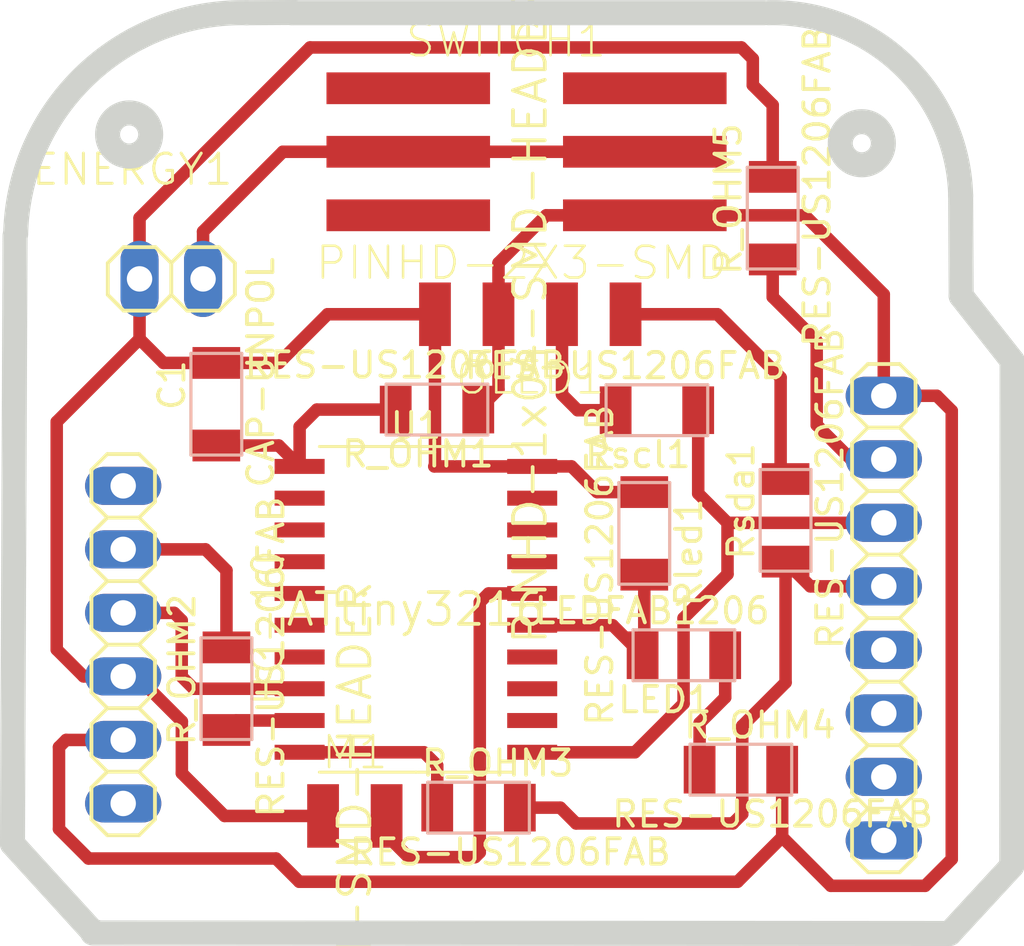
<source format=kicad_pcb>
(kicad_pcb (version 20171130) (host pcbnew "(5.1.9-0-10_14)")

  (general
    (thickness 1.6)
    (drawings 14)
    (tracks 115)
    (zones 0)
    (modules 17)
    (nets 12)
  )

  (page A4)
  (layers
    (0 F.Cu signal)
    (31 B.Cu signal)
    (32 B.Adhes user)
    (33 F.Adhes user)
    (34 B.Paste user hide)
    (35 F.Paste user)
    (36 B.SilkS user)
    (37 F.SilkS user hide)
    (38 B.Mask user)
    (39 F.Mask user)
    (40 Dwgs.User user hide)
    (41 Cmts.User user)
    (42 Eco1.User user)
    (43 Eco2.User user)
    (44 Edge.Cuts user)
    (45 Margin user)
    (46 B.CrtYd user hide)
    (47 F.CrtYd user hide)
    (48 B.Fab user)
    (49 F.Fab user hide)
  )

  (setup
    (last_trace_width 0.5)
    (user_trace_width 1)
    (trace_clearance 0.2)
    (zone_clearance 0.508)
    (zone_45_only no)
    (trace_min 0.5)
    (via_size 0.8)
    (via_drill 0.4)
    (via_min_size 0.4)
    (via_min_drill 0.3)
    (uvia_size 0.3)
    (uvia_drill 0.1)
    (uvias_allowed no)
    (uvia_min_size 0.2)
    (uvia_min_drill 0.1)
    (edge_width 1)
    (segment_width 0.2)
    (pcb_text_width 0.1)
    (pcb_text_size 0.5 0.5)
    (mod_edge_width 0.12)
    (mod_text_size 1 1)
    (mod_text_width 0.15)
    (pad_size 2.54 1.27)
    (pad_drill 0)
    (pad_to_mask_clearance 0)
    (aux_axis_origin 0 0)
    (visible_elements FFFFFFFF)
    (pcbplotparams
      (layerselection 0x010fc_ffffffff)
      (usegerberextensions false)
      (usegerberattributes true)
      (usegerberadvancedattributes true)
      (creategerberjobfile true)
      (excludeedgelayer true)
      (linewidth 0.100000)
      (plotframeref false)
      (viasonmask false)
      (mode 1)
      (useauxorigin false)
      (hpglpennumber 1)
      (hpglpenspeed 20)
      (hpglpendiameter 15.000000)
      (psnegative false)
      (psa4output false)
      (plotreference true)
      (plotvalue true)
      (plotinvisibletext false)
      (padsonsilk false)
      (subtractmaskfromsilk false)
      (outputformat 1)
      (mirror false)
      (drillshape 1)
      (scaleselection 1)
      (outputdirectory ""))
  )

  (net 0 "")
  (net 1 GND)
  (net 2 VCC)
  (net 3 UPDI)
  (net 4 PC3)
  (net 5 TXD)
  (net 6 RXD)
  (net 7 SDA)
  (net 8 SCL)
  (net 9 "Net-(OLED1-Pad4)")
  (net 10 "Net-(OLED1-Pad3)")
  (net 11 3.7V)

  (net_class Default "This is the default net class."
    (clearance 0.2)
    (trace_width 0.5)
    (via_dia 0.8)
    (via_drill 0.4)
    (uvia_dia 0.3)
    (uvia_drill 0.1)
    (diff_pair_width 0.2)
    (diff_pair_gap 0.5)
    (add_net 3.7V)
    (add_net GND)
    (add_net "Net-(OLED1-Pad3)")
    (add_net "Net-(OLED1-Pad4)")
    (add_net PC3)
    (add_net RXD)
    (add_net SCL)
    (add_net SDA)
    (add_net TXD)
    (add_net UPDI)
    (add_net VCC)
  )

  (module fab:fab-R1206FAB (layer F.Cu) (tedit 200000) (tstamp 60A1B50B)
    (at 159.098599 59.993828 90)
    (path /60A2DDE2)
    (attr smd)
    (fp_text reference R_OHM5 (at 0.762 -1.778 90) (layer F.SilkS)
      (effects (font (size 1.016 1.016) (thickness 0.1524)))
    )
    (fp_text value RES-US1206FAB (at 1.27 1.778 90) (layer F.SilkS)
      (effects (font (size 1.016 1.016) (thickness 0.1524)))
    )
    (fp_line (start -2.032 -1.016) (end 2.032 -1.016) (layer B.SilkS) (width 0.127))
    (fp_line (start 2.032 -1.016) (end 2.032 1.016) (layer B.SilkS) (width 0.127))
    (fp_line (start 2.032 1.016) (end -2.032 1.016) (layer B.SilkS) (width 0.127))
    (fp_line (start -2.032 1.016) (end -2.032 -1.016) (layer B.SilkS) (width 0.127))
    (pad 2 smd rect (at 1.651 0 90) (size 1.27 1.905) (layers F.Cu F.Paste F.Mask)
      (net 1 GND))
    (pad 1 smd rect (at -1.651 0 90) (size 1.27 1.905) (layers F.Cu F.Paste F.Mask)
      (net 1 GND))
  )

  (module fab:fab-R1206FAB (layer F.Cu) (tedit 200000) (tstamp 60A1B026)
    (at 157.826412 82.045159)
    (path /60A2BF25)
    (attr smd)
    (fp_text reference R_OHM4 (at 0.762 -1.778) (layer F.SilkS)
      (effects (font (size 1.016 1.016) (thickness 0.1524)))
    )
    (fp_text value RES-US1206FAB (at 1.27 1.778) (layer F.SilkS)
      (effects (font (size 1.016 1.016) (thickness 0.1524)))
    )
    (fp_line (start -2.032 -1.016) (end 2.032 -1.016) (layer B.SilkS) (width 0.127))
    (fp_line (start 2.032 -1.016) (end 2.032 1.016) (layer B.SilkS) (width 0.127))
    (fp_line (start 2.032 1.016) (end -2.032 1.016) (layer B.SilkS) (width 0.127))
    (fp_line (start -2.032 1.016) (end -2.032 -1.016) (layer B.SilkS) (width 0.127))
    (pad 2 smd rect (at 1.651 0) (size 1.27 1.905) (layers F.Cu F.Paste F.Mask)
      (net 2 VCC))
    (pad 1 smd rect (at -1.651 0) (size 1.27 1.905) (layers F.Cu F.Paste F.Mask)
      (net 2 VCC))
  )

  (module fab:fab-R1206FAB (layer F.Cu) (tedit 200000) (tstamp 60A1A73B)
    (at 147.336212 83.564079)
    (path /60A2888E)
    (attr smd)
    (fp_text reference R_OHM3 (at 0.762 -1.778) (layer F.SilkS)
      (effects (font (size 1.016 1.016) (thickness 0.1524)))
    )
    (fp_text value RES-US1206FAB (at 1.27 1.778) (layer F.SilkS)
      (effects (font (size 1.016 1.016) (thickness 0.1524)))
    )
    (fp_line (start -2.032 -1.016) (end 2.032 -1.016) (layer B.SilkS) (width 0.127))
    (fp_line (start 2.032 -1.016) (end 2.032 1.016) (layer B.SilkS) (width 0.127))
    (fp_line (start 2.032 1.016) (end -2.032 1.016) (layer B.SilkS) (width 0.127))
    (fp_line (start -2.032 1.016) (end -2.032 -1.016) (layer B.SilkS) (width 0.127))
    (pad 2 smd rect (at 1.651 0) (size 1.27 1.905) (layers F.Cu F.Paste F.Mask)
      (net 7 SDA))
    (pad 1 smd rect (at -1.651 0) (size 1.27 1.905) (layers F.Cu F.Paste F.Mask)
      (net 7 SDA))
  )

  (module fab:fab-R1206FAB (layer F.Cu) (tedit 200000) (tstamp 60978EA1)
    (at 137.257139 78.807608 90)
    (path /609805C0)
    (attr smd)
    (fp_text reference R_OHM2 (at 0.762 -1.778 90) (layer F.SilkS)
      (effects (font (size 1.016 1.016) (thickness 0.1524)))
    )
    (fp_text value RES-US1206FAB (at 1.27 1.778 90) (layer F.SilkS)
      (effects (font (size 1.016 1.016) (thickness 0.1524)))
    )
    (fp_line (start -2.032 1.016) (end -2.032 -1.016) (layer B.SilkS) (width 0.127))
    (fp_line (start 2.032 1.016) (end -2.032 1.016) (layer B.SilkS) (width 0.127))
    (fp_line (start 2.032 -1.016) (end 2.032 1.016) (layer B.SilkS) (width 0.127))
    (fp_line (start -2.032 -1.016) (end 2.032 -1.016) (layer B.SilkS) (width 0.127))
    (pad 2 smd rect (at 1.651 0 90) (size 1.27 1.905) (layers F.Cu F.Paste F.Mask)
      (net 6 RXD))
    (pad 1 smd rect (at -1.651 0 90) (size 1.27 1.905) (layers F.Cu F.Paste F.Mask)
      (net 6 RXD))
  )

  (module fab:fab-R1206FAB (layer F.Cu) (tedit 200000) (tstamp 60956E19)
    (at 145.674738 67.647201 180)
    (path /60992ECF)
    (attr smd)
    (fp_text reference R_OHM1 (at 0.762 -1.778) (layer F.SilkS)
      (effects (font (size 1.016 1.016) (thickness 0.1524)))
    )
    (fp_text value RES-US1206FAB (at 1.27 1.778) (layer F.SilkS)
      (effects (font (size 1.016 1.016) (thickness 0.1524)))
    )
    (fp_line (start -2.032 -1.016) (end 2.032 -1.016) (layer B.SilkS) (width 0.127))
    (fp_line (start 2.032 -1.016) (end 2.032 1.016) (layer B.SilkS) (width 0.127))
    (fp_line (start 2.032 1.016) (end -2.032 1.016) (layer B.SilkS) (width 0.127))
    (fp_line (start -2.032 1.016) (end -2.032 -1.016) (layer B.SilkS) (width 0.127))
    (pad 2 smd rect (at 1.651 0 180) (size 1.27 1.905) (layers F.Cu F.Paste F.Mask)
      (net 2 VCC))
    (pad 1 smd rect (at -1.651 0 180) (size 1.27 1.905) (layers F.Cu F.Paste F.Mask)
      (net 2 VCC))
  )

  (module fab:fab-1X06 (layer F.Cu) (tedit 5E6F6399) (tstamp 60954718)
    (at 133.12762 77.046933 270)
    (descr "PIN HEADER")
    (path /609919B7)
    (fp_text reference HC-10 (at 2.54 -5.08 270) (layer F.SilkS)
      (effects (font (size 1.2065 1.2065) (thickness 0.12065)) (justify left top))
    )
    (fp_text value PINHD-1x06-HEADER (at -7.62 3.175 270) (layer F.Fab)
      (effects (font (size 1.2065 1.2065) (thickness 0.09652)) (justify left top))
    )
    (fp_line (start 5.08 -0.635) (end 5.715 -1.27) (layer F.SilkS) (width 0.1524))
    (fp_line (start 5.715 -1.27) (end 6.985 -1.27) (layer F.SilkS) (width 0.1524))
    (fp_line (start 6.985 -1.27) (end 7.62 -0.635) (layer F.SilkS) (width 0.1524))
    (fp_line (start 7.62 -0.635) (end 7.62 0.635) (layer F.SilkS) (width 0.1524))
    (fp_line (start 7.62 0.635) (end 6.985 1.27) (layer F.SilkS) (width 0.1524))
    (fp_line (start 6.985 1.27) (end 5.715 1.27) (layer F.SilkS) (width 0.1524))
    (fp_line (start 5.715 1.27) (end 5.08 0.635) (layer F.SilkS) (width 0.1524))
    (fp_line (start 0.635 -1.27) (end 1.905 -1.27) (layer F.SilkS) (width 0.1524))
    (fp_line (start 1.905 -1.27) (end 2.54 -0.635) (layer F.SilkS) (width 0.1524))
    (fp_line (start 2.54 -0.635) (end 2.54 0.635) (layer F.SilkS) (width 0.1524))
    (fp_line (start 2.54 0.635) (end 1.905 1.27) (layer F.SilkS) (width 0.1524))
    (fp_line (start 2.54 -0.635) (end 3.175 -1.27) (layer F.SilkS) (width 0.1524))
    (fp_line (start 3.175 -1.27) (end 4.445 -1.27) (layer F.SilkS) (width 0.1524))
    (fp_line (start 4.445 -1.27) (end 5.08 -0.635) (layer F.SilkS) (width 0.1524))
    (fp_line (start 5.08 -0.635) (end 5.08 0.635) (layer F.SilkS) (width 0.1524))
    (fp_line (start 5.08 0.635) (end 4.445 1.27) (layer F.SilkS) (width 0.1524))
    (fp_line (start 4.445 1.27) (end 3.175 1.27) (layer F.SilkS) (width 0.1524))
    (fp_line (start 3.175 1.27) (end 2.54 0.635) (layer F.SilkS) (width 0.1524))
    (fp_line (start -2.54 -0.635) (end -1.905 -1.27) (layer F.SilkS) (width 0.1524))
    (fp_line (start -1.905 -1.27) (end -0.635 -1.27) (layer F.SilkS) (width 0.1524))
    (fp_line (start -0.635 -1.27) (end 0 -0.635) (layer F.SilkS) (width 0.1524))
    (fp_line (start 0 -0.635) (end 0 0.635) (layer F.SilkS) (width 0.1524))
    (fp_line (start 0 0.635) (end -0.635 1.27) (layer F.SilkS) (width 0.1524))
    (fp_line (start -0.635 1.27) (end -1.905 1.27) (layer F.SilkS) (width 0.1524))
    (fp_line (start -1.905 1.27) (end -2.54 0.635) (layer F.SilkS) (width 0.1524))
    (fp_line (start 0.635 -1.27) (end 0 -0.635) (layer F.SilkS) (width 0.1524))
    (fp_line (start 0 0.635) (end 0.635 1.27) (layer F.SilkS) (width 0.1524))
    (fp_line (start 1.905 1.27) (end 0.635 1.27) (layer F.SilkS) (width 0.1524))
    (fp_line (start -6.985 -1.27) (end -5.715 -1.27) (layer F.SilkS) (width 0.1524))
    (fp_line (start -5.715 -1.27) (end -5.08 -0.635) (layer F.SilkS) (width 0.1524))
    (fp_line (start -5.08 -0.635) (end -5.08 0.635) (layer F.SilkS) (width 0.1524))
    (fp_line (start -5.08 0.635) (end -5.715 1.27) (layer F.SilkS) (width 0.1524))
    (fp_line (start -5.08 -0.635) (end -4.445 -1.27) (layer F.SilkS) (width 0.1524))
    (fp_line (start -4.445 -1.27) (end -3.175 -1.27) (layer F.SilkS) (width 0.1524))
    (fp_line (start -3.175 -1.27) (end -2.54 -0.635) (layer F.SilkS) (width 0.1524))
    (fp_line (start -2.54 -0.635) (end -2.54 0.635) (layer F.SilkS) (width 0.1524))
    (fp_line (start -2.54 0.635) (end -3.175 1.27) (layer F.SilkS) (width 0.1524))
    (fp_line (start -3.175 1.27) (end -4.445 1.27) (layer F.SilkS) (width 0.1524))
    (fp_line (start -4.445 1.27) (end -5.08 0.635) (layer F.SilkS) (width 0.1524))
    (fp_line (start -7.62 -0.635) (end -7.62 0.635) (layer F.SilkS) (width 0.1524))
    (fp_line (start -6.985 -1.27) (end -7.62 -0.635) (layer F.SilkS) (width 0.1524))
    (fp_line (start -7.62 0.635) (end -6.985 1.27) (layer F.SilkS) (width 0.1524))
    (fp_line (start -5.715 1.27) (end -6.985 1.27) (layer F.SilkS) (width 0.1524))
    (fp_poly (pts (xy 6.096 0.254) (xy 6.604 0.254) (xy 6.604 -0.254) (xy 6.096 -0.254)) (layer F.Fab) (width 0))
    (fp_poly (pts (xy 3.556 0.254) (xy 4.064 0.254) (xy 4.064 -0.254) (xy 3.556 -0.254)) (layer F.Fab) (width 0))
    (fp_poly (pts (xy 1.016 0.254) (xy 1.524 0.254) (xy 1.524 -0.254) (xy 1.016 -0.254)) (layer F.Fab) (width 0))
    (fp_poly (pts (xy -1.524 0.254) (xy -1.016 0.254) (xy -1.016 -0.254) (xy -1.524 -0.254)) (layer F.Fab) (width 0))
    (fp_poly (pts (xy -4.064 0.254) (xy -3.556 0.254) (xy -3.556 -0.254) (xy -4.064 -0.254)) (layer F.Fab) (width 0))
    (fp_poly (pts (xy -6.604 0.254) (xy -6.096 0.254) (xy -6.096 -0.254) (xy -6.604 -0.254)) (layer F.Fab) (width 0))
    (pad 6 thru_hole oval (at 6.35 0) (size 3.048 1.524) (drill 1.016) (layers *.Cu *.Mask)
      (solder_mask_margin 0.1016))
    (pad 5 thru_hole oval (at 3.81 0) (size 3.048 1.524) (drill 1.016) (layers *.Cu *.Mask)
      (net 2 VCC) (solder_mask_margin 0.1016))
    (pad 4 thru_hole oval (at 1.27 0) (size 3.048 1.524) (drill 1.016) (layers *.Cu *.Mask)
      (net 1 GND) (solder_mask_margin 0.1016))
    (pad 3 thru_hole oval (at -1.27 0) (size 3.048 1.524) (drill 1.016) (layers *.Cu *.Mask)
      (net 5 TXD) (solder_mask_margin 0.1016))
    (pad 2 thru_hole oval (at -3.81 0) (size 3.048 1.524) (drill 1.016) (layers *.Cu *.Mask)
      (net 6 RXD) (solder_mask_margin 0.1016))
    (pad 1 thru_hole oval (at -6.35 0) (size 3.048 1.524) (drill 1.016) (layers *.Cu *.Mask)
      (solder_mask_margin 0.1016))
  )

  (module fab:fab-2X03SMD (layer F.Cu) (tedit 60953BFE) (tstamp 609536E3)
    (at 149.066288 57.33936)
    (path /60958D97)
    (attr smd)
    (fp_text reference SWITCH1 (at -0.635 -4.445) (layer F.SilkS)
      (effects (font (size 1.27 1.27) (thickness 0.1016)))
    )
    (fp_text value PINHD-2X3-SMD (at 0 4.445) (layer F.SilkS)
      (effects (font (size 1.27 1.27) (thickness 0.1016)))
    )
    (pad 6 smd rect (at 4.91846 2.54) (size 6.54 1.27) (layers F.Cu F.Paste F.Mask)
      (net 2 VCC))
    (pad 5 smd rect (at -4.54 2.54) (size 6.54 1.27) (layers F.Cu F.Paste F.Mask))
    (pad 4 smd rect (at 4.91846 0) (size 6.54 1.27) (layers F.Cu F.Paste F.Mask)
      (net 11 3.7V))
    (pad 3 smd rect (at -4.54 0) (size 6.54 1.27) (layers F.Cu F.Paste F.Mask)
      (net 11 3.7V))
    (pad 2 smd rect (at 4.91846 -2.54) (size 6.54 1.27) (layers F.Cu F.Paste F.Mask))
    (pad 1 smd rect (at -4.54 -2.54) (size 6.54 1.27) (layers F.Cu F.Paste F.Mask))
  )

  (module fab:fab-R1206FAB (layer F.Cu) (tedit 200000) (tstamp 609536D9)
    (at 159.612908 72.076081 90)
    (path /6096476D)
    (attr smd)
    (fp_text reference Rsda1 (at 0.762 -1.778 90) (layer F.SilkS)
      (effects (font (size 1.016 1.016) (thickness 0.1524)))
    )
    (fp_text value RES-US1206FAB (at 1.27 1.778 90) (layer F.SilkS)
      (effects (font (size 1.016 1.016) (thickness 0.1524)))
    )
    (fp_line (start -2.032 -1.016) (end 2.032 -1.016) (layer B.SilkS) (width 0.127))
    (fp_line (start 2.032 -1.016) (end 2.032 1.016) (layer B.SilkS) (width 0.127))
    (fp_line (start 2.032 1.016) (end -2.032 1.016) (layer B.SilkS) (width 0.127))
    (fp_line (start -2.032 1.016) (end -2.032 -1.016) (layer B.SilkS) (width 0.127))
    (pad 2 smd rect (at 1.651 0 90) (size 1.27 1.905) (layers F.Cu F.Paste F.Mask)
      (net 9 "Net-(OLED1-Pad4)"))
    (pad 1 smd rect (at -1.651 0 90) (size 1.27 1.905) (layers F.Cu F.Paste F.Mask)
      (net 7 SDA))
  )

  (module fab:fab-R1206FAB (layer F.Cu) (tedit 200000) (tstamp 609536CF)
    (at 154.468472 67.672579 180)
    (path /60968979)
    (attr smd)
    (fp_text reference Rscl1 (at 0.762 -1.778) (layer F.SilkS)
      (effects (font (size 1.016 1.016) (thickness 0.1524)))
    )
    (fp_text value RES-US1206FAB (at 1.27 1.778) (layer F.SilkS)
      (effects (font (size 1.016 1.016) (thickness 0.1524)))
    )
    (fp_line (start -2.032 -1.016) (end 2.032 -1.016) (layer B.SilkS) (width 0.127))
    (fp_line (start 2.032 -1.016) (end 2.032 1.016) (layer B.SilkS) (width 0.127))
    (fp_line (start 2.032 1.016) (end -2.032 1.016) (layer B.SilkS) (width 0.127))
    (fp_line (start -2.032 1.016) (end -2.032 -1.016) (layer B.SilkS) (width 0.127))
    (pad 2 smd rect (at 1.651 0 180) (size 1.27 1.905) (layers F.Cu F.Paste F.Mask)
      (net 10 "Net-(OLED1-Pad3)"))
    (pad 1 smd rect (at -1.651 0 180) (size 1.27 1.905) (layers F.Cu F.Paste F.Mask)
      (net 8 SCL))
  )

  (module fab:fab-R1206FAB (layer F.Cu) (tedit 200000) (tstamp 609536C5)
    (at 153.963999 72.597588 270)
    (path /6095B353)
    (attr smd)
    (fp_text reference Rled1 (at 0.762 -1.778 90) (layer F.SilkS)
      (effects (font (size 1.016 1.016) (thickness 0.1524)))
    )
    (fp_text value RES-US1206FAB (at 1.27 1.778 90) (layer F.SilkS)
      (effects (font (size 1.016 1.016) (thickness 0.1524)))
    )
    (fp_line (start -2.032 -1.016) (end 2.032 -1.016) (layer B.SilkS) (width 0.127))
    (fp_line (start 2.032 -1.016) (end 2.032 1.016) (layer B.SilkS) (width 0.127))
    (fp_line (start 2.032 1.016) (end -2.032 1.016) (layer B.SilkS) (width 0.127))
    (fp_line (start -2.032 1.016) (end -2.032 -1.016) (layer B.SilkS) (width 0.127))
    (pad 2 smd rect (at 1.651 0 270) (size 1.27 1.905) (layers F.Cu F.Paste F.Mask)
      (net 4 PC3))
    (pad 1 smd rect (at -1.651 0 270) (size 1.27 1.905) (layers F.Cu F.Paste F.Mask)
      (net 1 GND))
  )

  (module fab:fab-1X02 (layer F.Cu) (tedit 5E6F637F) (tstamp 609536BB)
    (at 135.051509 62.4219)
    (descr "PIN HEADER")
    (path /6096013B)
    (fp_text reference ENERGY1 (at 2.54 -5.08 180) (layer F.SilkS)
      (effects (font (size 1.2065 1.2065) (thickness 0.12065)) (justify right top))
    )
    (fp_text value PINHD-1x02-HEADER (at -2.54 3.175 180) (layer F.Fab)
      (effects (font (size 1.2065 1.2065) (thickness 0.09652)) (justify right top))
    )
    (fp_line (start -1.905 -1.27) (end -0.635 -1.27) (layer F.SilkS) (width 0.1524))
    (fp_line (start -0.635 -1.27) (end 0 -0.635) (layer F.SilkS) (width 0.1524))
    (fp_line (start 0 -0.635) (end 0 0.635) (layer F.SilkS) (width 0.1524))
    (fp_line (start 0 0.635) (end -0.635 1.27) (layer F.SilkS) (width 0.1524))
    (fp_line (start 0 -0.635) (end 0.635 -1.27) (layer F.SilkS) (width 0.1524))
    (fp_line (start 0.635 -1.27) (end 1.905 -1.27) (layer F.SilkS) (width 0.1524))
    (fp_line (start 1.905 -1.27) (end 2.54 -0.635) (layer F.SilkS) (width 0.1524))
    (fp_line (start 2.54 -0.635) (end 2.54 0.635) (layer F.SilkS) (width 0.1524))
    (fp_line (start 2.54 0.635) (end 1.905 1.27) (layer F.SilkS) (width 0.1524))
    (fp_line (start 1.905 1.27) (end 0.635 1.27) (layer F.SilkS) (width 0.1524))
    (fp_line (start 0.635 1.27) (end 0 0.635) (layer F.SilkS) (width 0.1524))
    (fp_line (start -2.54 -0.635) (end -2.54 0.635) (layer F.SilkS) (width 0.1524))
    (fp_line (start -1.905 -1.27) (end -2.54 -0.635) (layer F.SilkS) (width 0.1524))
    (fp_line (start -2.54 0.635) (end -1.905 1.27) (layer F.SilkS) (width 0.1524))
    (fp_line (start -0.635 1.27) (end -1.905 1.27) (layer F.SilkS) (width 0.1524))
    (fp_poly (pts (xy 1.016 0.254) (xy 1.524 0.254) (xy 1.524 -0.254) (xy 1.016 -0.254)) (layer F.Fab) (width 0))
    (fp_poly (pts (xy -1.524 0.254) (xy -1.016 0.254) (xy -1.016 -0.254) (xy -1.524 -0.254)) (layer F.Fab) (width 0))
    (pad 2 thru_hole oval (at 1.27 0 90) (size 3.048 1.524) (drill 1.016) (layers *.Cu *.Mask)
      (net 11 3.7V) (solder_mask_margin 0.1016))
    (pad 1 thru_hole oval (at -1.27 0 90) (size 3.048 1.524) (drill 1.016) (layers *.Cu *.Mask)
      (net 1 GND) (solder_mask_margin 0.1016))
  )

  (module fab:fab-1X04SMD (layer F.Cu) (tedit 5E6F66E9) (tstamp 609536A4)
    (at 149.4042 63.835752 90)
    (path /60963105)
    (attr smd)
    (fp_text reference OLED1 (at -2.54 0) (layer F.SilkS)
      (effects (font (size 1.27 1.27) (thickness 0.1016)))
    )
    (fp_text value PINHD-1x04-SMD-HEADER (at 0 0 90) (layer F.SilkS)
      (effects (font (size 1.27 1.27) (thickness 0.15)))
    )
    (pad 4 smd rect (at 0 3.81 90) (size 2.54 1.27) (layers F.Cu F.Paste F.Mask)
      (net 9 "Net-(OLED1-Pad4)"))
    (pad 3 smd rect (at 0 1.27 90) (size 2.54 1.27) (layers F.Cu F.Paste F.Mask)
      (net 10 "Net-(OLED1-Pad3)"))
    (pad 2 smd rect (at 0 -1.27 90) (size 2.54 1.27) (layers F.Cu F.Paste F.Mask)
      (net 2 VCC))
    (pad 1 smd rect (at 0 -3.81 90) (size 2.54 1.27) (layers F.Cu F.Paste F.Mask)
      (net 1 GND))
  )

  (module fab:fab-1X08 (layer F.Cu) (tedit 5E6F63A4) (tstamp 6095369C)
    (at 163.54044 75.986169 270)
    (descr "PIN HEADER")
    (path /6096D18C)
    (fp_text reference MPU6050 (at 2.54 -5.08 270) (layer F.SilkS)
      (effects (font (size 1.2065 1.2065) (thickness 0.12065)) (justify left top))
    )
    (fp_text value PINHD-1x08-HEADER (at -10.16 3.175 270) (layer F.Fab)
      (effects (font (size 1.2065 1.2065) (thickness 0.09652)) (justify left top))
    )
    (fp_line (start 5.715 -1.27) (end 6.985 -1.27) (layer F.SilkS) (width 0.1524))
    (fp_line (start 6.985 -1.27) (end 7.62 -0.635) (layer F.SilkS) (width 0.1524))
    (fp_line (start 7.62 -0.635) (end 7.62 0.635) (layer F.SilkS) (width 0.1524))
    (fp_line (start 7.62 0.635) (end 6.985 1.27) (layer F.SilkS) (width 0.1524))
    (fp_line (start 7.62 -0.635) (end 8.255 -1.27) (layer F.SilkS) (width 0.1524))
    (fp_line (start 8.255 -1.27) (end 9.525 -1.27) (layer F.SilkS) (width 0.1524))
    (fp_line (start 9.525 -1.27) (end 10.16 -0.635) (layer F.SilkS) (width 0.1524))
    (fp_line (start 10.16 -0.635) (end 10.16 0.635) (layer F.SilkS) (width 0.1524))
    (fp_line (start 10.16 0.635) (end 9.525 1.27) (layer F.SilkS) (width 0.1524))
    (fp_line (start 9.525 1.27) (end 8.255 1.27) (layer F.SilkS) (width 0.1524))
    (fp_line (start 8.255 1.27) (end 7.62 0.635) (layer F.SilkS) (width 0.1524))
    (fp_line (start 2.54 -0.635) (end 3.175 -1.27) (layer F.SilkS) (width 0.1524))
    (fp_line (start 3.175 -1.27) (end 4.445 -1.27) (layer F.SilkS) (width 0.1524))
    (fp_line (start 4.445 -1.27) (end 5.08 -0.635) (layer F.SilkS) (width 0.1524))
    (fp_line (start 5.08 -0.635) (end 5.08 0.635) (layer F.SilkS) (width 0.1524))
    (fp_line (start 5.08 0.635) (end 4.445 1.27) (layer F.SilkS) (width 0.1524))
    (fp_line (start 4.445 1.27) (end 3.175 1.27) (layer F.SilkS) (width 0.1524))
    (fp_line (start 3.175 1.27) (end 2.54 0.635) (layer F.SilkS) (width 0.1524))
    (fp_line (start 5.715 -1.27) (end 5.08 -0.635) (layer F.SilkS) (width 0.1524))
    (fp_line (start 5.08 0.635) (end 5.715 1.27) (layer F.SilkS) (width 0.1524))
    (fp_line (start 6.985 1.27) (end 5.715 1.27) (layer F.SilkS) (width 0.1524))
    (fp_line (start -1.905 -1.27) (end -0.635 -1.27) (layer F.SilkS) (width 0.1524))
    (fp_line (start -0.635 -1.27) (end 0 -0.635) (layer F.SilkS) (width 0.1524))
    (fp_line (start 0 -0.635) (end 0 0.635) (layer F.SilkS) (width 0.1524))
    (fp_line (start 0 0.635) (end -0.635 1.27) (layer F.SilkS) (width 0.1524))
    (fp_line (start 0 -0.635) (end 0.635 -1.27) (layer F.SilkS) (width 0.1524))
    (fp_line (start 0.635 -1.27) (end 1.905 -1.27) (layer F.SilkS) (width 0.1524))
    (fp_line (start 1.905 -1.27) (end 2.54 -0.635) (layer F.SilkS) (width 0.1524))
    (fp_line (start 2.54 -0.635) (end 2.54 0.635) (layer F.SilkS) (width 0.1524))
    (fp_line (start 2.54 0.635) (end 1.905 1.27) (layer F.SilkS) (width 0.1524))
    (fp_line (start 1.905 1.27) (end 0.635 1.27) (layer F.SilkS) (width 0.1524))
    (fp_line (start 0.635 1.27) (end 0 0.635) (layer F.SilkS) (width 0.1524))
    (fp_line (start -5.08 -0.635) (end -4.445 -1.27) (layer F.SilkS) (width 0.1524))
    (fp_line (start -4.445 -1.27) (end -3.175 -1.27) (layer F.SilkS) (width 0.1524))
    (fp_line (start -3.175 -1.27) (end -2.54 -0.635) (layer F.SilkS) (width 0.1524))
    (fp_line (start -2.54 -0.635) (end -2.54 0.635) (layer F.SilkS) (width 0.1524))
    (fp_line (start -2.54 0.635) (end -3.175 1.27) (layer F.SilkS) (width 0.1524))
    (fp_line (start -3.175 1.27) (end -4.445 1.27) (layer F.SilkS) (width 0.1524))
    (fp_line (start -4.445 1.27) (end -5.08 0.635) (layer F.SilkS) (width 0.1524))
    (fp_line (start -1.905 -1.27) (end -2.54 -0.635) (layer F.SilkS) (width 0.1524))
    (fp_line (start -2.54 0.635) (end -1.905 1.27) (layer F.SilkS) (width 0.1524))
    (fp_line (start -0.635 1.27) (end -1.905 1.27) (layer F.SilkS) (width 0.1524))
    (fp_line (start -9.525 -1.27) (end -8.255 -1.27) (layer F.SilkS) (width 0.1524))
    (fp_line (start -8.255 -1.27) (end -7.62 -0.635) (layer F.SilkS) (width 0.1524))
    (fp_line (start -7.62 -0.635) (end -7.62 0.635) (layer F.SilkS) (width 0.1524))
    (fp_line (start -7.62 0.635) (end -8.255 1.27) (layer F.SilkS) (width 0.1524))
    (fp_line (start -7.62 -0.635) (end -6.985 -1.27) (layer F.SilkS) (width 0.1524))
    (fp_line (start -6.985 -1.27) (end -5.715 -1.27) (layer F.SilkS) (width 0.1524))
    (fp_line (start -5.715 -1.27) (end -5.08 -0.635) (layer F.SilkS) (width 0.1524))
    (fp_line (start -5.08 -0.635) (end -5.08 0.635) (layer F.SilkS) (width 0.1524))
    (fp_line (start -5.08 0.635) (end -5.715 1.27) (layer F.SilkS) (width 0.1524))
    (fp_line (start -5.715 1.27) (end -6.985 1.27) (layer F.SilkS) (width 0.1524))
    (fp_line (start -6.985 1.27) (end -7.62 0.635) (layer F.SilkS) (width 0.1524))
    (fp_line (start -10.16 -0.635) (end -10.16 0.635) (layer F.SilkS) (width 0.1524))
    (fp_line (start -9.525 -1.27) (end -10.16 -0.635) (layer F.SilkS) (width 0.1524))
    (fp_line (start -10.16 0.635) (end -9.525 1.27) (layer F.SilkS) (width 0.1524))
    (fp_line (start -8.255 1.27) (end -9.525 1.27) (layer F.SilkS) (width 0.1524))
    (fp_poly (pts (xy 8.636 0.254) (xy 9.144 0.254) (xy 9.144 -0.254) (xy 8.636 -0.254)) (layer F.Fab) (width 0))
    (fp_poly (pts (xy 6.096 0.254) (xy 6.604 0.254) (xy 6.604 -0.254) (xy 6.096 -0.254)) (layer F.Fab) (width 0))
    (fp_poly (pts (xy 3.556 0.254) (xy 4.064 0.254) (xy 4.064 -0.254) (xy 3.556 -0.254)) (layer F.Fab) (width 0))
    (fp_poly (pts (xy 1.016 0.254) (xy 1.524 0.254) (xy 1.524 -0.254) (xy 1.016 -0.254)) (layer F.Fab) (width 0))
    (fp_poly (pts (xy -1.524 0.254) (xy -1.016 0.254) (xy -1.016 -0.254) (xy -1.524 -0.254)) (layer F.Fab) (width 0))
    (fp_poly (pts (xy -4.064 0.254) (xy -3.556 0.254) (xy -3.556 -0.254) (xy -4.064 -0.254)) (layer F.Fab) (width 0))
    (fp_poly (pts (xy -6.604 0.254) (xy -6.096 0.254) (xy -6.096 -0.254) (xy -6.604 -0.254)) (layer F.Fab) (width 0))
    (fp_poly (pts (xy -9.144 0.254) (xy -8.636 0.254) (xy -8.636 -0.254) (xy -9.144 -0.254)) (layer F.Fab) (width 0))
    (pad 8 thru_hole oval (at 8.89 0) (size 3.048 1.524) (drill 1.016) (layers *.Cu *.Mask)
      (solder_mask_margin 0.1016))
    (pad 7 thru_hole oval (at 6.35 0) (size 3.048 1.524) (drill 1.016) (layers *.Cu *.Mask)
      (solder_mask_margin 0.1016))
    (pad 6 thru_hole oval (at 3.81 0) (size 3.048 1.524) (drill 1.016) (layers *.Cu *.Mask)
      (solder_mask_margin 0.1016))
    (pad 5 thru_hole oval (at 1.27 0) (size 3.048 1.524) (drill 1.016) (layers *.Cu *.Mask)
      (solder_mask_margin 0.1016))
    (pad 4 thru_hole oval (at -1.27 0) (size 3.048 1.524) (drill 1.016) (layers *.Cu *.Mask)
      (net 7 SDA) (solder_mask_margin 0.1016))
    (pad 3 thru_hole oval (at -3.81 0) (size 3.048 1.524) (drill 1.016) (layers *.Cu *.Mask)
      (net 8 SCL) (solder_mask_margin 0.1016))
    (pad 2 thru_hole oval (at -6.35 0) (size 3.048 1.524) (drill 1.016) (layers *.Cu *.Mask)
      (net 1 GND) (solder_mask_margin 0.1016))
    (pad 1 thru_hole oval (at -8.89 0) (size 3.048 1.524) (drill 1.016) (layers *.Cu *.Mask)
      (net 2 VCC) (solder_mask_margin 0.1016))
  )

  (module fab:fab-LED1206FAB (layer F.Cu) (tedit 200000) (tstamp 60953635)
    (at 155.547532 77.470759 180)
    (descr "LED1206 FAB STYLE (SMALLER PADS TO ALLOW TRACE BETWEEN)")
    (tags "LED1206 FAB STYLE (SMALLER PADS TO ALLOW TRACE BETWEEN)")
    (path /6095A3DA)
    (attr smd)
    (fp_text reference LED1 (at 0.762 -1.778) (layer F.SilkS)
      (effects (font (size 1.016 1.016) (thickness 0.1524)))
    )
    (fp_text value LEDFAB1206 (at 1.27 1.778) (layer F.SilkS)
      (effects (font (size 1.016 1.016) (thickness 0.1524)))
    )
    (fp_line (start -2.032 -1.016) (end 2.032 -1.016) (layer B.SilkS) (width 0.127))
    (fp_line (start 2.032 -1.016) (end 2.032 1.016) (layer B.SilkS) (width 0.127))
    (fp_line (start 2.032 1.016) (end -2.032 1.016) (layer B.SilkS) (width 0.127))
    (fp_line (start -2.032 1.016) (end -2.032 -1.016) (layer B.SilkS) (width 0.127))
    (pad 2 smd rect (at 1.651 0 180) (size 1.27 1.905) (layers F.Cu F.Paste F.Mask)
      (net 4 PC3))
    (pad 1 smd rect (at -1.651 0 180) (size 1.27 1.905) (layers F.Cu F.Paste F.Mask)
      (net 2 VCC))
  )

  (module fab:fab-SOIC-20_7.5x12.8mm_P1.27mm (layer F.Cu) (tedit 5EABEA65) (tstamp 60951C19)
    (at 144.83186 75.635141)
    (descr "SOIC, 20 Pin, fab version")
    (tags "SOIC fab")
    (path /60951A1F)
    (attr smd)
    (fp_text reference U1 (at 0 -7.35) (layer F.SilkS)
      (effects (font (size 1 1) (thickness 0.15)))
    )
    (fp_text value ATtiny3216 (at 0 0) (layer F.SilkS)
      (effects (font (size 1.27 1.27) (thickness 0.15)))
    )
    (fp_line (start 0 6.51) (end 3.86 6.51) (layer F.SilkS) (width 0.12))
    (fp_line (start 0 6.51) (end -3.86 6.51) (layer F.SilkS) (width 0.12))
    (fp_line (start 0 -6.51) (end 3.86 -6.51) (layer F.SilkS) (width 0.12))
    (fp_line (start 0 -6.51) (end -3.86 -6.51) (layer F.SilkS) (width 0.12))
    (fp_line (start -2.75 -6.4) (end 3.75 -6.4) (layer F.Fab) (width 0.1))
    (fp_line (start 3.75 -6.4) (end 3.75 6.4) (layer F.Fab) (width 0.1))
    (fp_line (start 3.75 6.4) (end -3.75 6.4) (layer F.Fab) (width 0.1))
    (fp_line (start -3.75 6.4) (end -3.75 -5.4) (layer F.Fab) (width 0.1))
    (fp_line (start -3.75 -5.4) (end -2.75 -6.4) (layer F.Fab) (width 0.1))
    (pad 20 smd rect (at 4.65 -5.715) (size 2 0.6) (layers F.Cu)
      (net 1 GND))
    (pad 19 smd rect (at 4.65 -4.445) (size 2 0.6) (layers F.Cu))
    (pad 18 smd rect (at 4.65 -3.175) (size 2 0.6) (layers F.Cu))
    (pad 17 smd rect (at 4.65 -1.905) (size 2 0.6) (layers F.Cu))
    (pad 16 smd rect (at 4.65 -0.635) (size 2 0.6) (layers F.Cu)
      (net 3 UPDI))
    (pad 15 smd rect (at 4.65 0.635) (size 2 0.6) (layers F.Cu)
      (net 4 PC3))
    (pad 14 smd rect (at 4.65 1.905) (size 2 0.6) (layers F.Cu))
    (pad 13 smd rect (at 4.65 3.175) (size 2 0.6) (layers F.Cu))
    (pad 12 smd rect (at 4.65 4.445) (size 2 0.6) (layers F.Cu))
    (pad 11 smd rect (at 4.65 5.715) (size 2 0.6) (layers F.Cu)
      (net 8 SCL))
    (pad 10 smd rect (at -4.65 5.715) (size 2 0.6) (layers F.Cu)
      (net 7 SDA))
    (pad 9 smd rect (at -4.65 4.445) (size 2 0.6) (layers F.Cu)
      (net 6 RXD))
    (pad 8 smd rect (at -4.65 3.175) (size 2 0.6) (layers F.Cu)
      (net 5 TXD))
    (pad 7 smd rect (at -4.65 1.905) (size 2 0.6) (layers F.Cu))
    (pad 6 smd rect (at -4.65 0.635) (size 2 0.6) (layers F.Cu))
    (pad 5 smd rect (at -4.65 -0.635) (size 2 0.6) (layers F.Cu))
    (pad 4 smd rect (at -4.65 -1.905) (size 2 0.6) (layers F.Cu))
    (pad 3 smd rect (at -4.65 -3.175) (size 2 0.6) (layers F.Cu))
    (pad 2 smd rect (at -4.65 -4.445) (size 2 0.6) (layers F.Cu))
    (pad 1 smd rect (at -4.65 -5.715) (size 2 0.6) (layers F.Cu)
      (net 2 VCC))
    (model ${KISYS3DMOD}/Package_SO.3dshapes/SOIC-20W_7.5x12.8mm_P1.27mm.wrl
      (at (xyz 0 0 0))
      (scale (xyz 1 1 1))
      (rotate (xyz 0 0 0))
    )
  )

  (module fab:fab-1X02SMD (layer F.Cu) (tedit 5E6F6664) (tstamp 60951BF8)
    (at 142.38986 83.89594 270)
    (path /6095316D)
    (attr smd)
    (fp_text reference M1 (at -2.54 0) (layer F.SilkS)
      (effects (font (size 1.27 1.27) (thickness 0.1016)))
    )
    (fp_text value UPDI-SMD-HEADER (at 0 0 90) (layer F.SilkS)
      (effects (font (size 1.27 1.27) (thickness 0.15)))
    )
    (pad 2 smd rect (at 0 1.27 270) (size 2.54 1.27) (layers F.Cu F.Paste F.Mask)
      (net 1 GND))
    (pad 1 smd rect (at 0 -1.27 270) (size 2.54 1.27) (layers F.Cu F.Paste F.Mask)
      (net 3 UPDI))
  )

  (module fab:fab-C1206FAB (layer F.Cu) (tedit 200000) (tstamp 60951BE8)
    (at 136.851901 67.43312 90)
    (path /60953EFE)
    (attr smd)
    (fp_text reference C1 (at 0.762 -1.778 90) (layer F.SilkS)
      (effects (font (size 1.016 1.016) (thickness 0.1524)))
    )
    (fp_text value CAP-UNPOL (at 1.27 1.778 90) (layer F.SilkS)
      (effects (font (size 1.016 1.016) (thickness 0.1524)))
    )
    (fp_line (start -2.032 -1.016) (end 2.032 -1.016) (layer B.SilkS) (width 0.127))
    (fp_line (start 2.032 -1.016) (end 2.032 1.016) (layer B.SilkS) (width 0.127))
    (fp_line (start 2.032 1.016) (end -2.032 1.016) (layer B.SilkS) (width 0.127))
    (fp_line (start -2.032 1.016) (end -2.032 -1.016) (layer B.SilkS) (width 0.127))
    (pad 2 smd rect (at 1.651 0 90) (size 1.27 1.905) (layers F.Cu F.Paste F.Mask)
      (net 1 GND))
    (pad 1 smd rect (at -1.651 0 90) (size 1.27 1.905) (layers F.Cu F.Paste F.Mask)
      (net 2 VCC))
  )

  (gr_circle (center 162.6616 56.9976) (end 163.50488 57.18048) (layer Edge.Cuts) (width 1) (tstamp 60A1B5B7))
  (gr_circle (center 133.36524 56.64708) (end 134.20852 56.82996) (layer Edge.Cuts) (width 1))
  (gr_line (start 138.05408 51.78044) (end 139.99464 51.77028) (angle 90) (layer Edge.Cuts) (width 1))
  (gr_line (start 131.88188 88.50376) (end 132.05968 88.5444) (angle 90) (layer Edge.Cuts) (width 1))
  (gr_line (start 128.7018 85.0138) (end 131.88188 88.50376) (angle 90) (layer Edge.Cuts) (width 1))
  (gr_line (start 128.8034 60.69076) (end 128.7018 85.0138) (angle 90) (layer Edge.Cuts) (width 1))
  (gr_arc (start 137.8712 60.82284) (end 128.8288 60.63488) (angle 90) (layer Edge.Cuts) (width 1))
  (gr_line (start 166.17188 88.5952) (end 131.90728 88.57488) (angle 90) (layer Edge.Cuts) (width 1))
  (gr_line (start 168.656 85.9028) (end 166.17188 88.5952) (angle 90) (layer Edge.Cuts) (width 1))
  (gr_line (start 168.67124 65.68948) (end 168.656 85.9028) (angle 90) (layer Edge.Cuts) (width 1))
  (gr_line (start 166.63416 63.10376) (end 168.67124 65.68948) (angle 90) (layer Edge.Cuts) (width 1))
  (gr_line (start 166.61384 59.0804) (end 166.63416 63.10376) (angle 90) (layer Edge.Cuts) (width 1))
  (gr_arc (start 159.12084 59.27344) (end 158.93288 51.78044) (angle 90) (layer Edge.Cuts) (width 1))
  (gr_line (start 139.8524 51.78044) (end 158.74492 51.78044) (angle 90) (layer Edge.Cuts) (width 1))

  (segment (start 145.5942 63.835752) (end 141.299728 63.835752) (width 0.5) (layer F.Cu) (net 1) (status 400000))
  (segment (start 141.299728 63.835752) (end 139.35336 65.78212) (width 0.5) (layer F.Cu) (net 1) (tstamp 60A19013))
  (segment (start 139.35336 65.78212) (end 134.73804 65.78212) (width 0.5) (layer F.Cu) (net 1) (tstamp 60A19019))
  (segment (start 134.73804 65.78212) (end 133.781509 64.825589) (width 0.5) (layer F.Cu) (net 1) (tstamp 60A1901A))
  (segment (start 133.781509 64.825589) (end 133.781509 62.4219) (width 0.5) (layer F.Cu) (net 1) (tstamp 60A1901C) (status 800000))
  (segment (start 133.12762 78.316933) (end 131.545173 78.316933) (width 0.5) (layer F.Cu) (net 1) (status 400000))
  (segment (start 130.46964 68.137458) (end 133.781509 64.825589) (width 0.5) (layer F.Cu) (net 1) (tstamp 60A19051))
  (segment (start 130.46964 77.2414) (end 130.46964 68.137458) (width 0.5) (layer F.Cu) (net 1) (tstamp 60A1904F))
  (segment (start 131.545173 78.316933) (end 130.46964 77.2414) (width 0.5) (layer F.Cu) (net 1) (tstamp 60A1904D))
  (segment (start 153.963999 70.946588) (end 152.079268 70.946588) (width 0.5) (layer F.Cu) (net 1) (status 400000))
  (segment (start 151.052821 69.920141) (end 149.48186 69.920141) (width 0.5) (layer F.Cu) (net 1) (tstamp 60A19AC4) (status 800000))
  (segment (start 152.079268 70.946588) (end 151.052821 69.920141) (width 0.5) (layer F.Cu) (net 1) (tstamp 60A19AC3))
  (segment (start 149.48186 69.920141) (end 145.568379 69.920141) (width 0.5) (layer F.Cu) (net 1) (status 400000))
  (segment (start 145.5942 69.89432) (end 145.5942 63.835752) (width 0.5) (layer F.Cu) (net 1) (tstamp 60A19AC7) (status 800000))
  (segment (start 145.568379 69.920141) (end 145.5942 69.89432) (width 0.5) (layer F.Cu) (net 1) (tstamp 60A19AC6))
  (segment (start 133.12762 78.316933) (end 133.673693 78.316933) (width 0.5) (layer F.Cu) (net 1) (status C00000))
  (segment (start 137.18006 83.89594) (end 141.11986 83.89594) (width 0.5) (layer F.Cu) (net 1) (tstamp 60A1A36E) (status 800000))
  (segment (start 135.47344 82.18932) (end 137.18006 83.89594) (width 0.5) (layer F.Cu) (net 1) (tstamp 60A1A36D))
  (segment (start 135.47344 80.11668) (end 135.47344 82.18932) (width 0.5) (layer F.Cu) (net 1) (tstamp 60A1A36C))
  (segment (start 133.673693 78.316933) (end 135.47344 80.11668) (width 0.5) (layer F.Cu) (net 1) (tstamp 60A1A36B) (status 400000))
  (segment (start 163.54044 69.636169) (end 162.229329 69.636169) (width 0.5) (layer F.Cu) (net 1) (status C00000))
  (segment (start 159.098599 63.147559) (end 159.098599 61.644828) (width 0.5) (layer F.Cu) (net 1) (tstamp 60A1B5A0) (status 800000))
  (segment (start 160.8582 64.90716) (end 159.098599 63.147559) (width 0.5) (layer F.Cu) (net 1) (tstamp 60A1B59F))
  (segment (start 160.8582 68.26504) (end 160.8582 64.90716) (width 0.5) (layer F.Cu) (net 1) (tstamp 60A1B59E))
  (segment (start 162.229329 69.636169) (end 160.8582 68.26504) (width 0.5) (layer F.Cu) (net 1) (tstamp 60A1B59D) (status 400000))
  (segment (start 159.098599 58.342828) (end 159.098599 55.471679) (width 0.5) (layer F.Cu) (net 1) (status 400000))
  (segment (start 133.781509 59.984931) (end 133.781509 62.4219) (width 0.5) (layer F.Cu) (net 1) (tstamp 60A1B5A7) (status 800000))
  (segment (start 140.59916 53.16728) (end 133.781509 59.984931) (width 0.5) (layer F.Cu) (net 1) (tstamp 60A1B5A6))
  (segment (start 157.84576 53.16728) (end 140.59916 53.16728) (width 0.5) (layer F.Cu) (net 1) (tstamp 60A1B5A5))
  (segment (start 158.30296 53.62448) (end 157.84576 53.16728) (width 0.5) (layer F.Cu) (net 1) (tstamp 60A1B5A4))
  (segment (start 158.30296 54.67604) (end 158.30296 53.62448) (width 0.5) (layer F.Cu) (net 1) (tstamp 60A1B5A3))
  (segment (start 159.098599 55.471679) (end 158.30296 54.67604) (width 0.5) (layer F.Cu) (net 1) (tstamp 60A1B5A2))
  (segment (start 148.1342 63.835752) (end 148.1342 61.78664) (width 0.5) (layer F.Cu) (net 2) (status 400000))
  (segment (start 150.04148 59.87936) (end 153.984748 59.87936) (width 0.5) (layer F.Cu) (net 2) (tstamp 60A18538) (status 800000))
  (segment (start 148.1342 61.78664) (end 150.04148 59.87936) (width 0.5) (layer F.Cu) (net 2) (tstamp 60A18537))
  (segment (start 153.984748 59.87936) (end 160.377 59.87936) (width 0.5) (layer F.Cu) (net 2) (status 400000))
  (segment (start 163.54044 63.0428) (end 163.54044 67.096169) (width 0.5) (layer F.Cu) (net 2) (tstamp 60A1853B) (status 800000))
  (segment (start 160.377 59.87936) (end 163.54044 63.0428) (width 0.5) (layer F.Cu) (net 2) (tstamp 60A1853A))
  (segment (start 148.1342 63.835752) (end 148.1342 66.838739) (width 0.5) (layer F.Cu) (net 2) (status 400000))
  (segment (start 148.1342 66.838739) (end 147.325738 67.647201) (width 0.5) (layer F.Cu) (net 2) (tstamp 60A18E88) (status 800000))
  (segment (start 144.023738 67.647201) (end 140.871559 67.647201) (width 0.5) (layer F.Cu) (net 2) (status 400000))
  (segment (start 140.18186 68.3369) (end 140.18186 69.920141) (width 0.5) (layer F.Cu) (net 2) (tstamp 60A18EB6) (status 800000))
  (segment (start 140.871559 67.647201) (end 140.18186 68.3369) (width 0.5) (layer F.Cu) (net 2) (tstamp 60A18EB4))
  (segment (start 136.851901 69.08412) (end 139.345839 69.08412) (width 0.5) (layer F.Cu) (net 2) (status 400000))
  (segment (start 139.345839 69.08412) (end 140.18186 69.920141) (width 0.5) (layer F.Cu) (net 2) (tstamp 60A19042) (status 800000))
  (segment (start 157.198532 77.470759) (end 157.198532 79.158628) (width 0.5) (layer F.Cu) (net 2) (status 400000))
  (segment (start 156.175412 80.181748) (end 156.175412 82.045159) (width 0.5) (layer F.Cu) (net 2) (tstamp 60A1B0B8) (status 800000))
  (segment (start 157.198532 79.158628) (end 156.175412 80.181748) (width 0.5) (layer F.Cu) (net 2) (tstamp 60A1B0B7))
  (segment (start 133.12762 80.856933) (end 130.846987 80.856933) (width 0.5) (layer F.Cu) (net 2) (status 400000))
  (segment (start 130.846987 80.856933) (end 130.56108 81.14284) (width 0.5) (layer F.Cu) (net 2) (tstamp 60A1B0EA))
  (segment (start 130.56108 81.14284) (end 130.56108 84.41944) (width 0.5) (layer F.Cu) (net 2) (tstamp 60A1B0EB))
  (segment (start 130.56108 84.41944) (end 131.73964 85.598) (width 0.5) (layer F.Cu) (net 2) (tstamp 60A1B0EC))
  (segment (start 131.73964 85.598) (end 139.23772 85.598) (width 0.5) (layer F.Cu) (net 2) (tstamp 60A1B0ED))
  (segment (start 139.23772 85.598) (end 140.16736 86.52764) (width 0.5) (layer F.Cu) (net 2) (tstamp 60A1B0EE))
  (segment (start 140.16736 86.52764) (end 157.69336 86.52764) (width 0.5) (layer F.Cu) (net 2) (tstamp 60A1B0EF))
  (segment (start 157.69336 86.52764) (end 159.477412 84.743588) (width 0.5) (layer F.Cu) (net 2) (tstamp 60A1B0F0))
  (segment (start 159.477412 84.743588) (end 159.477412 82.045159) (width 0.5) (layer F.Cu) (net 2) (tstamp 60A1B0F1) (status 800000))
  (segment (start 163.54044 67.096169) (end 165.658329 67.096169) (width 0.5) (layer F.Cu) (net 2) (status 400000))
  (segment (start 161.424024 86.6902) (end 159.477412 84.743588) (width 0.5) (layer F.Cu) (net 2) (tstamp 60A1B0F7))
  (segment (start 165.19144 86.6902) (end 161.424024 86.6902) (width 0.5) (layer F.Cu) (net 2) (tstamp 60A1B0F6))
  (segment (start 166.25824 85.6234) (end 165.19144 86.6902) (width 0.5) (layer F.Cu) (net 2) (tstamp 60A1B0F5))
  (segment (start 166.25824 67.69608) (end 166.25824 85.6234) (width 0.5) (layer F.Cu) (net 2) (tstamp 60A1B0F4))
  (segment (start 165.658329 67.096169) (end 166.25824 67.69608) (width 0.5) (layer F.Cu) (net 2) (tstamp 60A1B0F3))
  (segment (start 143.65986 83.89594) (end 143.65986 84.66582) (width 0.5) (layer F.Cu) (net 3) (status C00000))
  (segment (start 147.737539 75.000141) (end 149.48186 75.000141) (width 0.5) (layer F.Cu) (net 3) (tstamp 60A1AC30) (status 800000))
  (segment (start 147.38604 75.35164) (end 147.737539 75.000141) (width 0.5) (layer F.Cu) (net 3) (tstamp 60A1AC2F))
  (segment (start 147.38604 85.35416) (end 147.38604 75.35164) (width 0.5) (layer F.Cu) (net 3) (tstamp 60A1AC2E))
  (segment (start 147.19808 85.54212) (end 147.38604 85.35416) (width 0.5) (layer F.Cu) (net 3) (tstamp 60A1AC2D))
  (segment (start 144.53616 85.54212) (end 147.19808 85.54212) (width 0.5) (layer F.Cu) (net 3) (tstamp 60A1AC2C))
  (segment (start 143.65986 84.66582) (end 144.53616 85.54212) (width 0.5) (layer F.Cu) (net 3) (tstamp 60A1AC2B) (status 400000))
  (segment (start 149.48186 76.270141) (end 152.695914 76.270141) (width 0.5) (layer F.Cu) (net 4) (status 400000))
  (segment (start 152.695914 76.270141) (end 153.896532 77.470759) (width 0.5) (layer F.Cu) (net 4) (tstamp 60A19ABF) (status 800000))
  (segment (start 153.963999 74.248588) (end 153.963999 77.403292) (width 0.5) (layer F.Cu) (net 4) (status C00000))
  (segment (start 153.963999 77.403292) (end 153.896532 77.470759) (width 0.5) (layer F.Cu) (net 4) (tstamp 60A19AC1) (status C00000))
  (segment (start 140.18186 78.810141) (end 135.949981 78.810141) (width 0.5) (layer F.Cu) (net 5) (status 400000))
  (segment (start 135.167213 75.776933) (end 133.12762 75.776933) (width 0.5) (layer F.Cu) (net 5) (tstamp 60A19F1E) (status 800000))
  (segment (start 135.46836 76.07808) (end 135.167213 75.776933) (width 0.5) (layer F.Cu) (net 5) (tstamp 60A19F1D))
  (segment (start 135.46836 78.32852) (end 135.46836 76.07808) (width 0.5) (layer F.Cu) (net 5) (tstamp 60A19F1C))
  (segment (start 135.949981 78.810141) (end 135.46836 78.32852) (width 0.5) (layer F.Cu) (net 5) (tstamp 60A19F1B))
  (segment (start 133.12762 73.236933) (end 136.416893 73.236933) (width 0.5) (layer F.Cu) (net 6) (status 400000))
  (segment (start 137.257139 74.077179) (end 137.257139 77.156608) (width 0.5) (layer F.Cu) (net 6) (tstamp 60A1A363) (status 800000))
  (segment (start 136.416893 73.236933) (end 137.257139 74.077179) (width 0.5) (layer F.Cu) (net 6) (tstamp 60A1A362))
  (segment (start 140.18186 80.080141) (end 137.635606 80.080141) (width 0.5) (layer F.Cu) (net 6) (status C00000))
  (segment (start 137.635606 80.080141) (end 137.257139 80.458608) (width 0.5) (layer F.Cu) (net 6) (tstamp 60A1A365) (status C00000))
  (segment (start 163.54044 74.716169) (end 160.601996 74.716169) (width 0.5) (layer F.Cu) (net 7) (status 400000))
  (segment (start 160.601996 74.716169) (end 159.612908 73.727081) (width 0.5) (layer F.Cu) (net 7) (tstamp 60A19A95) (status 800000))
  (segment (start 140.18186 81.350141) (end 145.151819 81.350141) (width 0.5) (layer F.Cu) (net 7) (status 400000))
  (segment (start 145.685212 81.883534) (end 145.685212 83.564079) (width 0.5) (layer F.Cu) (net 7) (tstamp 60A1AC29) (status 800000))
  (segment (start 145.151819 81.350141) (end 145.685212 81.883534) (width 0.5) (layer F.Cu) (net 7) (tstamp 60A1AC28))
  (segment (start 159.612908 73.727081) (end 159.612908 78.562892) (width 0.5) (layer F.Cu) (net 7) (status 400000))
  (segment (start 150.604839 83.564079) (end 148.987212 83.564079) (width 0.5) (layer F.Cu) (net 7) (tstamp 60A1B0B5) (status 800000))
  (segment (start 151.23668 84.19592) (end 150.604839 83.564079) (width 0.5) (layer F.Cu) (net 7) (tstamp 60A1B0B4))
  (segment (start 157.5054 84.19592) (end 151.23668 84.19592) (width 0.5) (layer F.Cu) (net 7) (tstamp 60A1B0B3))
  (segment (start 157.88132 83.82) (end 157.5054 84.19592) (width 0.5) (layer F.Cu) (net 7) (tstamp 60A1B0B2))
  (segment (start 157.88132 80.29448) (end 157.88132 83.82) (width 0.5) (layer F.Cu) (net 7) (tstamp 60A1B0B1))
  (segment (start 159.612908 78.562892) (end 157.88132 80.29448) (width 0.5) (layer F.Cu) (net 7) (tstamp 60A1B0B0))
  (segment (start 163.54044 72.176169) (end 157.291569 72.176169) (width 0.5) (layer F.Cu) (net 8) (status 400000))
  (segment (start 156.119472 71.004072) (end 156.119472 67.672579) (width 0.5) (layer F.Cu) (net 8) (tstamp 60A19A8C) (status 800000))
  (segment (start 157.291569 72.176169) (end 156.119472 71.004072) (width 0.5) (layer F.Cu) (net 8) (tstamp 60A19A8B))
  (segment (start 157.291569 72.176169) (end 157.291569 74.229431) (width 0.5) (layer F.Cu) (net 8))
  (segment (start 153.589699 81.350141) (end 149.48186 81.350141) (width 0.5) (layer F.Cu) (net 8) (tstamp 60A19ABD) (status 800000))
  (segment (start 155.53436 79.40548) (end 153.589699 81.350141) (width 0.5) (layer F.Cu) (net 8) (tstamp 60A19ABC))
  (segment (start 155.53436 75.98664) (end 155.53436 79.40548) (width 0.5) (layer F.Cu) (net 8) (tstamp 60A19ABB))
  (segment (start 157.291569 74.229431) (end 155.53436 75.98664) (width 0.5) (layer F.Cu) (net 8) (tstamp 60A19ABA))
  (segment (start 153.2142 63.835752) (end 156.886112 63.835752) (width 0.5) (layer F.Cu) (net 9) (status 400000))
  (segment (start 159.41548 70.227653) (end 159.612908 70.425081) (width 0.5) (layer F.Cu) (net 9) (tstamp 60A19A93) (status C00000))
  (segment (start 159.41548 66.36512) (end 159.41548 70.227653) (width 0.5) (layer F.Cu) (net 9) (tstamp 60A19A92) (status 800000))
  (segment (start 156.886112 63.835752) (end 159.41548 66.36512) (width 0.5) (layer F.Cu) (net 9) (tstamp 60A19A91))
  (segment (start 152.817472 67.672579) (end 151.299539 67.672579) (width 0.5) (layer F.Cu) (net 10) (status 400000))
  (segment (start 150.6742 67.04724) (end 150.6742 63.835752) (width 0.5) (layer F.Cu) (net 10) (tstamp 60A19A8F) (status 800000))
  (segment (start 151.299539 67.672579) (end 150.6742 67.04724) (width 0.5) (layer F.Cu) (net 10) (tstamp 60A19A8E))
  (segment (start 153.984748 57.33936) (end 144.526288 57.33936) (width 0.5) (layer F.Cu) (net 11) (status C00000))
  (segment (start 136.321509 62.4219) (end 136.321509 60.528491) (width 0.5) (layer F.Cu) (net 11) (status 400000))
  (segment (start 139.51064 57.33936) (end 144.526288 57.33936) (width 0.5) (layer F.Cu) (net 11) (tstamp 60A19023) (status 800000))
  (segment (start 136.321509 60.528491) (end 139.51064 57.33936) (width 0.5) (layer F.Cu) (net 11) (tstamp 60A19021))

)

</source>
